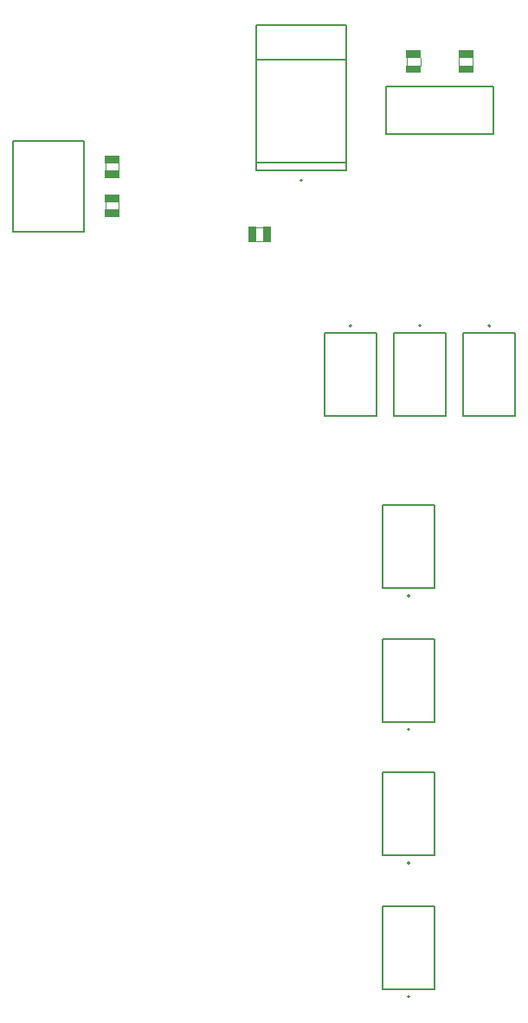
<source format=gbr>
G04*
G04 #@! TF.GenerationSoftware,Altium Limited,Altium Designer,24.2.2 (26)*
G04*
G04 Layer_Color=16711935*
%FSLAX44Y44*%
%MOMM*%
G71*
G04*
G04 #@! TF.SameCoordinates,26981B9A-845B-47AF-AE02-24A449A504A3*
G04*
G04*
G04 #@! TF.FilePolarity,Positive*
G04*
G01*
G75*
%ADD10C,0.2000*%
%ADD13C,0.1270*%
%ADD52C,0.1016*%
G36*
X98239Y869579D02*
Y862078D01*
X83738D01*
Y869579D01*
X98239D01*
D02*
G37*
G36*
Y884057D02*
Y876556D01*
X83738D01*
Y884057D01*
X98239D01*
D02*
G37*
G36*
X83761Y823943D02*
Y831444D01*
X98262D01*
Y823943D01*
X83761D01*
D02*
G37*
G36*
Y838421D02*
Y845922D01*
X98262D01*
Y838421D01*
X83761D01*
D02*
G37*
G36*
X231579Y799761D02*
X224078D01*
Y814262D01*
X231579D01*
Y799761D01*
D02*
G37*
G36*
X246057D02*
X238556D01*
Y814262D01*
X246057D01*
Y799761D01*
D02*
G37*
G36*
X378761Y964943D02*
Y972444D01*
X393262D01*
Y964943D01*
X378761D01*
D02*
G37*
G36*
Y979421D02*
Y986922D01*
X393262D01*
Y979421D01*
X378761D01*
D02*
G37*
G36*
X429761Y964943D02*
Y972444D01*
X444262D01*
Y964943D01*
X429761D01*
D02*
G37*
G36*
Y979421D02*
Y986922D01*
X444262D01*
Y979421D01*
X429761D01*
D02*
G37*
D10*
X393000Y717550D02*
G03*
X393000Y717550I-1000J0D01*
G01*
X382000Y453182D02*
G03*
X382000Y453182I-1000J0D01*
G01*
X277000Y859999D02*
G03*
X277000Y859999I-1000J0D01*
G01*
X461000Y717550D02*
G03*
X461000Y717550I-1000J0D01*
G01*
X325000D02*
G03*
X325000Y717550I-1000J0D01*
G01*
X382000Y60662D02*
G03*
X382000Y60662I-1000J0D01*
G01*
Y191502D02*
G03*
X382000Y191502I-1000J0D01*
G01*
Y322342D02*
G03*
X382000Y322342I-1000J0D01*
G01*
D13*
X358900Y952000D02*
X464300D01*
X358900Y905000D02*
Y952000D01*
Y905000D02*
X464300D01*
Y952000D01*
X63329Y809300D02*
Y898700D01*
X-5671Y809300D02*
X63329D01*
X-5671D02*
Y898700D01*
X63329D01*
X417400Y628750D02*
Y710050D01*
X366600Y628750D02*
X417400D01*
X366600D02*
Y710050D01*
X417400D01*
X355600Y460682D02*
Y541982D01*
X406400D01*
Y460682D02*
Y541982D01*
X355600Y460682D02*
X406400D01*
X232000Y876899D02*
X320000D01*
X232000Y977899D02*
X320000D01*
X232000Y869750D02*
X320000D01*
X232000D02*
Y876899D01*
Y977899D01*
Y1011899D01*
X320000D01*
Y977899D02*
Y1011899D01*
Y876899D02*
Y977899D01*
Y869750D02*
Y876899D01*
X485400Y628750D02*
Y710050D01*
X434600Y628750D02*
X485400D01*
X434600D02*
Y710050D01*
X485400D01*
X349400Y628750D02*
Y710050D01*
X298600Y628750D02*
X349400D01*
X298600D02*
Y710050D01*
X349400D01*
X355600Y68162D02*
Y149462D01*
X406400D01*
Y68162D02*
Y149462D01*
X355600Y68162D02*
X406400D01*
X355600Y199002D02*
Y280302D01*
X406400D01*
Y199002D02*
Y280302D01*
X355600Y199002D02*
X406400D01*
X355600Y329842D02*
Y411142D01*
X406400D01*
Y329842D02*
Y411142D01*
X355600Y329842D02*
X406400D01*
D52*
X84400Y869190D02*
Y876810D01*
X97600Y869440D02*
Y876810D01*
Y831190D02*
Y838810D01*
X84400Y831190D02*
Y838560D01*
X392600Y972190D02*
Y979810D01*
X379400Y972190D02*
Y979560D01*
X443600Y972190D02*
Y979810D01*
X430400Y972190D02*
Y979560D01*
X231190Y813600D02*
X238810D01*
X231440Y800400D02*
X238810D01*
M02*

</source>
